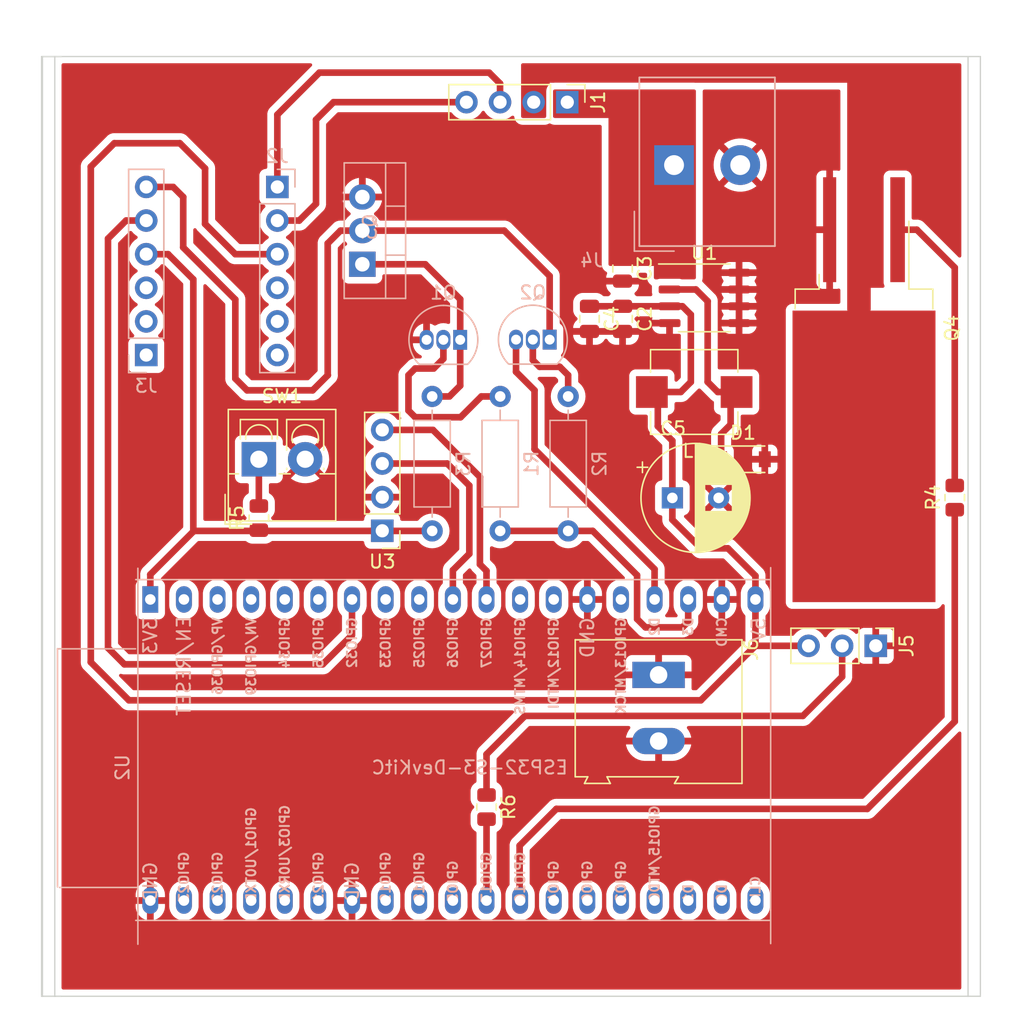
<source format=kicad_pcb>
(kicad_pcb (version 20211014) (generator pcbnew)
  (layers (0 "F.Cu" signal) (31 "B.Cu" signal) (34 "B.Paste" user) (35 "F.Paste" user) (36 "B.SilkS" user "B.Silkscreen") (37 "F.SilkS" user "F.Silkscreen") (38 "B.Mask" user) (39 "F.Mask" user) (44 "Edge.Cuts" user))
  (net 0 "")
  (net 1 "VBUS")
  (net 2 "GND")
  (net 3 "5V")
  (net 4 "Net-(D1-Pad1)")
  (net 5 "Net-(Q1-Pad1)")
  (net 6 "Net-(Q1-Pad2)")
  (net 7 "GDA_L")
  (net 8 "Net-(Q2-Pad2)")
  (net 9 "Rx")
  (net 10 "Tx")
  (net 11 "3V3")
  (net 17 "LV2")
  (net 28 "/CAB_GROUND")
  (net 29 "Net-(Q4-Pad1)")
  (net 33 "SDA")
  (net 35 "SCL")
  (net 37 "GDA_H")
  (net 38 "SEL0")
  (net 50 "CAB_EN")
  (net 51 "CAB_RESET")
  (net 52 "Din")
  (net 53 "Net-(J5-Pad2)")
  (footprint "TerminalBlock:TerminalBlock_Altech_AK300-2_P5.00mm" (layer "F.Cu") (at 115.8 93 -90)
    (fp_text reference "J6" (at -1.92 -6.99 90) (layer "F.SilkS"))
    (fp_text value "Conn_01x02_Male")
    (pad "1" thru_hole rect (at 0 0 270) (size 1.98 3.96) (drill 1.32) (layers *.Cu *.Mask) (net 2 "GND"))
    (pad "2" thru_hole oval (at 5 0 270) (size 1.98 3.96) (drill 1.32) (layers *.Cu *.Mask) (net 2 "GND"))
  )
  (footprint "Resistor_SMD:R_0805_2012Metric" (layer "F.Cu") (at 102.8 102.9875 -90)
    (fp_text reference "R6" (at 0 -1.65 90) (layer "F.SilkS"))
    (fp_text value "220")
    (pad "1" smd roundrect (at -0.9125 0 270) (size 1.025 1.4) (layers "F.Cu" "F.Paste" "F.Mask") (roundrect_rratio 0.243902439) (net 53 "Net-(J5-Pad2)"))
    (pad "2" smd roundrect (at 0.9125 0 270) (size 1.025 1.4) (layers "F.Cu" "F.Paste" "F.Mask") (roundrect_rratio 0.243902439) (net 52 "Din"))
  )
  (footprint "StackCabinet:XLE1509" (layer "F.Cu") (at 119.253 64.516)
    (fp_text reference "U1" (at 0 -3.4) (layer "F.SilkS"))
    (fp_text value "XL1509-5.0")
    (pad "1" smd roundrect (at -2.625 -1.905) (size 1.65 0.6) (layers "F.Cu" "F.Paste" "F.Mask") (net 1 "VBUS"))
    (pad "2" smd roundrect (at -2.625 -0.635) (size 1.65 0.6) (layers "F.Cu" "F.Paste" "F.Mask") (net 4 "Net-(D1-Pad1)"))
    (pad "3" smd roundrect (at -2.625 0.635) (size 1.65 0.6) (layers "F.Cu" "F.Paste" "F.Mask") (net 3 "5V"))
    (pad "4" smd roundrect (at -2.625 1.905) (size 1.65 0.6) (layers "F.Cu" "F.Paste" "F.Mask") (net 2 "GND"))
    (pad "5" smd roundrect (at 2.625 0.635) (size 1.65 0.6) (layers "F.Cu" "F.Paste" "F.Mask") (net 2 "GND"))
    (pad "5" smd roundrect (at 2.625 1.905) (size 1.65 0.6) (layers "F.Cu" "F.Paste" "F.Mask") (net 2 "GND"))
    (pad "5" smd roundrect (at 2.625 -0.635) (size 1.65 0.6) (layers "F.Cu" "F.Paste" "F.Mask") (net 2 "GND"))
    (pad "5" smd roundrect (at 2.625 -1.905) (size 1.65 0.6) (layers "F.Cu" "F.Paste" "F.Mask") (net 2 "GND"))
  )
  (footprint "Connector_PinHeader_2.54mm:PinHeader_1x04_P2.54mm_Vertical" (layer "F.Cu") (at 94.922 82.112 180)
    (fp_text reference "U3" (at 0 -2.33) (layer "F.SilkS"))
    (fp_text value "MPU-6050")
    (pad "1" thru_hole rect (at 0 0 180) (size 1.7 1.7) (drill 1) (layers *.Cu *.Mask) (net 11 "3V3"))
    (pad "2" thru_hole oval (at 0 2.54 180) (size 1.7 1.7) (drill 1) (layers *.Cu *.Mask) (net 2 "GND"))
    (pad "3" thru_hole oval (at 0 5.08 180) (size 1.7 1.7) (drill 1) (layers *.Cu *.Mask) (net 35 "SCL"))
    (pad "4" thru_hole oval (at 0 7.62 180) (size 1.7 1.7) (drill 1) (layers *.Cu *.Mask) (net 33 "SDA"))
  )
  (footprint "Capacitor_SMD:C_0805_2012Metric" (layer "F.Cu") (at 110.577 66.1 -90)
    (fp_text reference "C4" (at 0 -1.68 90) (layer "F.SilkS"))
    (fp_text value "0.1uF")
    (pad "1" smd roundrect (at -0.95 0 270) (size 1 1.45) (layers "F.Cu" "F.Paste" "F.Mask") (net 3 "5V"))
    (pad "2" smd roundrect (at 0.95 0 270) (size 1 1.45) (layers "F.Cu" "F.Paste" "F.Mask") (net 2 "GND"))
  )
  (footprint "Connector_PinHeader_2.54mm:PinHeader_1x03_P2.54mm_Vertical" (layer "F.Cu") (at 132.207 90.805 -90)
    (fp_text reference "J5" (at 0 -2.33 90) (layer "F.SilkS"))
    (fp_text value "Conn_01x03_Female")
    (pad "1" thru_hole rect (at 0 0 270) (size 1.7 1.7) (drill 1) (layers *.Cu *.Mask) (net 2 "GND"))
    (pad "2" thru_hole oval (at 0 2.54 270) (size 1.7 1.7) (drill 1) (layers *.Cu *.Mask) (net 53 "Net-(J5-Pad2)"))
    (pad "3" thru_hole oval (at 0 5.08 270) (size 1.7 1.7) (drill 1) (layers *.Cu *.Mask) (net 3 "5V"))
  )
  (footprint "Connector_PinHeader_2.54mm:PinHeader_1x04_P2.54mm_Vertical" (layer "F.Cu") (at 108.9 49.73 -90)
    (fp_text reference "J1" (at 0 -2.33 90) (layer "F.SilkS"))
    (fp_text value "Conn_01x04_Female")
    (pad "1" thru_hole rect (at 0 0 270) (size 1.7 1.7) (drill 1) (layers *.Cu *.Mask) (net 1 "VBUS"))
    (pad "2" thru_hole oval (at 0 2.54 270) (size 1.7 1.7) (drill 1) (layers *.Cu *.Mask) (net 28 "/CAB_GROUND"))
    (pad "3" thru_hole oval (at 0 5.08 270) (size 1.7 1.7) (drill 1) (layers *.Cu *.Mask) (net 37 "GDA_H"))
    (pad "4" thru_hole oval (at 0 7.62 270) (size 1.7 1.7) (drill 1) (layers *.Cu *.Mask) (net 38 "SEL0"))
  )
  (footprint "Package_TO_SOT_SMD:TO-263-3_TabPin2" (layer "F.Cu") (at 131.318 66.802 -90)
    (fp_text reference "Q4" (at 0 -6.65 90) (layer "F.SilkS"))
    (fp_text value "BCP56")
    (pad "1" smd rect (at -7.4375 -2.54 270) (size 7.925 1.1) (layers "F.Cu" "F.Paste" "F.Mask") (net 29 "Net-(Q4-Pad1)"))
    (pad "2" smd rect (at -7.4375 0 270) (size 7.925 1.1) (layers "F.Cu" "F.Paste" "F.Mask") (net 28 "/CAB_GROUND"))
    (pad "2" smd rect (at 9.6875 0 270) (size 22.025 10.8) (layers "F.Cu" "F.Mask") (net 28 "/CAB_GROUND"))
    (pad "3" smd rect (at -7.4375 2.595 270) (size 7.925 0.99) (layers "F.Cu" "F.Paste" "F.Mask") (net 2 "GND"))
  )
  (footprint "Resistor_SMD:R_0805_2012Metric" (layer "F.Cu") (at 85.598 81.153 90)
    (fp_text reference "R5" (at 0 -1.65 90) (layer "F.SilkS"))
    (fp_text value "10k")
    (pad "1" smd roundrect (at -0.9125 0 90) (size 1.025 1.4) (layers "F.Cu" "F.Paste" "F.Mask") (roundrect_rratio 0.243902439) (net 11 "3V3"))
    (pad "2" smd roundrect (at 0.9125 0 90) (size 1.025 1.4) (layers "F.Cu" "F.Paste" "F.Mask") (roundrect_rratio 0.243902439) (net 51 "CAB_RESET"))
  )
  (footprint "Capacitor_THT:CP_Radial_D8.0mm_P3.50mm" (layer "F.Cu") (at 116.838349 79.629)
    (fp_text reference "C5" (at 0.057 -5.25) (layer "F.SilkS"))
    (fp_text value "180uF")
    (pad "1" thru_hole rect (at 0 0) (size 1.6 1.6) (drill 0.8) (layers *.Cu *.Mask) (net 3 "5V"))
    (pad "2" thru_hole circle (at 3.5 0) (size 1.6 1.6) (drill 0.8) (layers *.Cu *.Mask) (net 2 "GND"))
  )
  (footprint "Diode_SMD:D_SOD-123" (layer "F.Cu") (at 122.174 76.708)
    (fp_text reference "D1" (at 0 -2) (layer "F.SilkS"))
    (fp_text value "40V")
    (pad "1" smd rect (at -1.65 0) (size 0.9 1.2) (layers "F.Cu" "F.Paste" "F.Mask") (net 4 "Net-(D1-Pad1)"))
    (pad "2" smd rect (at 1.65 0) (size 0.9 1.2) (layers "F.Cu" "F.Paste" "F.Mask") (net 2 "GND"))
  )
  (footprint "TerminalBlock_4Ucon:TerminalBlock_4Ucon_1x02_P3.50mm_Vertical" (layer "F.Cu") (at 85.598 76.708)
    (fp_text reference "SW1" (at 1.75 -4.76) (layer "F.SilkS"))
    (fp_text value "SW_Push")
    (pad "1" thru_hole rect (at 0 0) (size 2.6 2.6) (drill 1.3) (layers *.Cu *.Mask) (net 51 "CAB_RESET"))
    (pad "2" thru_hole circle (at 3.5 0) (size 2.6 2.6) (drill 1.3) (layers *.Cu *.Mask) (net 2 "GND"))
  )
  (footprint "Inductor_SMD:L_6.3x6.3_H3" (layer "F.Cu") (at 118.491 71.628 180)
    (fp_text reference "L1" (at 0 -4.45) (layer "F.SilkS"))
    (fp_text value "68uH")
    (pad "1" smd rect (at -3.2 0 180) (size 2.4 2.4) (layers "F.Cu" "F.Paste" "F.Mask") (net 4 "Net-(D1-Pad1)"))
    (pad "2" smd rect (at 3.2 0 180) (size 2.4 2.4) (layers "F.Cu" "F.Paste" "F.Mask") (net 3 "5V"))
  )
  (footprint "Capacitor_SMD:C_0805_2012Metric" (layer "F.Cu") (at 113.077 66.1 -90)
    (fp_text reference "C2" (at 0 -1.68 90) (layer "F.SilkS"))
    (fp_text value "1uF")
    (pad "1" smd roundrect (at -0.95 0 270) (size 1 1.45) (layers "F.Cu" "F.Paste" "F.Mask") (net 3 "5V"))
    (pad "2" smd roundrect (at 0.95 0 270) (size 1 1.45) (layers "F.Cu" "F.Paste" "F.Mask") (net 2 "GND"))
  )
  (footprint "Resistor_SMD:R_0805_2012Metric" (layer "F.Cu") (at 138.176 79.6055 90)
    (fp_text reference "R4" (at 0 -1.65 90) (layer "F.SilkS"))
    (fp_text value "1k")
    (pad "1" smd roundrect (at -0.9125 0 90) (size 1.025 1.4) (layers "F.Cu" "F.Paste" "F.Mask") (roundrect_rratio 0.243902439) (net 50 "CAB_EN"))
    (pad "2" smd roundrect (at 0.9125 0 90) (size 1.025 1.4) (layers "F.Cu" "F.Paste" "F.Mask") (roundrect_rratio 0.243902439) (net 29 "Net-(Q4-Pad1)"))
  )
  (footprint "Capacitor_SMD:C_0805_2012Metric" (layer "F.Cu") (at 113.077 62.3 -90)
    (fp_text reference "C3" (at 0 -1.68 90) (layer "F.SilkS"))
    (fp_text value "1uF")
    (pad "1" smd roundrect (at -0.95 0 270) (size 1 1.45) (layers "F.Cu" "F.Paste" "F.Mask") (net 1 "VBUS"))
    (pad "2" smd roundrect (at 0.95 0 270) (size 1 1.45) (layers "F.Cu" "F.Paste" "F.Mask") (net 2 "GND"))
  )
  (footprint "Package_TO_SOT_THT:TO-220-3_Vertical" (layer "B.Cu") (at 93.416 61.976 90)
    (fp_text reference "Q3" (at 2.818 0.572 90) (layer "B.SilkS") (effects (justify mirror)))
    (fp_text value "2SD1047")
    (pad "1" thru_hole rect (at 0 0 90) (size 1.905 2) (drill 1.1) (layers *.Cu *.Mask) (net 5 "Net-(Q1-Pad1)"))
    (pad "2" thru_hole oval (at 2.54 0 90) (size 1.905 2) (drill 1.1) (layers *.Cu *.Mask) (net 7 "GDA_L"))
    (pad "3" thru_hole oval (at 5.08 0 90) (size 1.905 2) (drill 1.1) (layers *.Cu *.Mask) (net 2 "GND"))
  )
  (footprint "Connector_PinHeader_2.54mm:PinHeader_1x06_P2.54mm_Vertical" (layer "B.Cu") (at 86.995 56.134 180)
    (fp_text reference "J2" (at 0 2.33) (layer "B.SilkS") (effects (justify mirror)))
    (fp_text value "Conn_01x06_Female")
    (pad "1" thru_hole rect (at 0 0 180) (size 1.7 1.7) (drill 1) (layers *.Cu *.Mask) (net 37 "GDA_H"))
    (pad "2" thru_hole oval (at 0 -2.54 180) (size 1.7 1.7) (drill 1) (layers *.Cu *.Mask) (net 38 "SEL0"))
    (pad "3" thru_hole oval (at 0 -5.08 180) (size 1.7 1.7) (drill 1) (layers *.Cu *.Mask) (net 3 "5V"))
    (pad "4" thru_hole oval (at 0 -7.62 180) (size 1.7 1.7) (drill 1) (layers *.Cu *.Mask))
    (pad "5" thru_hole oval (at 0 -10.16 180) (size 1.7 1.7) (drill 1) (layers *.Cu *.Mask))
    (pad "6" thru_hole oval (at 0 -12.7 180) (size 1.7 1.7) (drill 1) (layers *.Cu *.Mask))
  )
  (footprint "Connector_PinHeader_2.54mm:PinHeader_1x06_P2.54mm_Vertical" (layer "B.Cu") (at 77.089 68.834)
    (fp_text reference "J3" (at 0 2.33) (layer "B.SilkS") (effects (justify mirror)))
    (fp_text value "Conn_01x06_Female")
    (pad "1" thru_hole rect (at 0 0) (size 1.7 1.7) (drill 1) (layers *.Cu *.Mask))
    (pad "2" thru_hole oval (at 0 -2.54) (size 1.7 1.7) (drill 1) (layers *.Cu *.Mask))
    (pad "3" thru_hole oval (at 0 -5.08) (size 1.7 1.7) (drill 1) (layers *.Cu *.Mask))
    (pad "4" thru_hole oval (at 0 -7.62) (size 1.7 1.7) (drill 1) (layers *.Cu *.Mask) (net 11 "3V3"))
    (pad "5" thru_hole oval (at 0 -10.16) (size 1.7 1.7) (drill 1) (layers *.Cu *.Mask) (net 17 "LV2"))
    (pad "6" thru_hole oval (at 0 -12.7) (size 1.7 1.7) (drill 1) (layers *.Cu *.Mask) (net 7 "GDA_L"))
  )
  (footprint "Resistor_THT:R_Axial_DIN0207_L6.3mm_D2.5mm_P10.16mm_Horizontal" (layer "B.Cu") (at 98.692 82.122 90)
    (fp_text reference "R3" (at 5.08 2.37 90) (layer "B.SilkS") (effects (justify mirror)))
    (fp_text value "10k")
    (pad "1" thru_hole circle (at 0 0 90) (size 1.6 1.6) (drill 0.8) (layers *.Cu *.Mask) (net 11 "3V3"))
    (pad "2" thru_hole oval (at 10.16 0 90) (size 1.6 1.6) (drill 0.8) (layers *.Cu *.Mask) (net 5 "Net-(Q1-Pad1)"))
  )
  (footprint "Package_TO_SOT_THT:TO-92_Inline" (layer "B.Cu") (at 107.569 67.67 180)
    (fp_text reference "Q2" (at 1.27 3.56) (layer "B.SilkS") (effects (justify mirror)))
    (fp_text value "BC547")
    (pad "1" thru_hole rect (at 0 0 180) (size 1.05 1.5) (drill 0.75) (layers *.Cu *.Mask) (net 7 "GDA_L"))
    (pad "2" thru_hole oval (at 1.27 0 180) (size 1.05 1.5) (drill 0.75) (layers *.Cu *.Mask) (net 8 "Net-(Q2-Pad2)"))
    (pad "3" thru_hole oval (at 2.54 0 180) (size 1.05 1.5) (drill 0.75) (layers *.Cu *.Mask) (net 9 "Rx"))
  )
  (footprint "Resistor_THT:R_Axial_DIN0207_L6.3mm_D2.5mm_P10.16mm_Horizontal" (layer "B.Cu") (at 108.966 82.122 90)
    (fp_text reference "R2" (at 5.08 2.37 90) (layer "B.SilkS") (effects (justify mirror)))
    (fp_text value "1k")
    (pad "1" thru_hole circle (at 0 0 90) (size 1.6 1.6) (drill 0.8) (layers *.Cu *.Mask) (net 10 "Tx"))
    (pad "2" thru_hole oval (at 10.16 0 90) (size 1.6 1.6) (drill 0.8) (layers *.Cu *.Mask) (net 8 "Net-(Q2-Pad2)"))
  )
  (footprint "Espressif:ESP32-DevKitC" (layer "B.Cu") (at 77.39656 87.3 -90)
    (fp_text reference "U2" (at 12.7 2.1 90) (layer "B.SilkS") (effects (justify mirror)))
    (fp_text value "ESP32-S3-DevKitC" (at 12.7 -24.13 180) (layer "B.SilkS") (effects (justify mirror)))
    (fp_text user "D0" (at 22.979999 -43.18 90 unlocked) (layer "B.SilkS") (effects (font (size 0.7 0.7)) (justify right mirror)))
    (fp_text user "D1" (at 22.979999 -40.64 90 unlocked) (layer "B.SilkS") (effects (font (size 0.7 0.7)) (justify right mirror)))
    (fp_text user "GPIO23" (at 22.979999 -2.54 90 unlocked) (layer "B.SilkS") (effects (font (size 0.7 0.7)) (justify right mirror)))
    (fp_text user "5V" (at 1.26632 -45.97128 90 unlocked) (layer "B.SilkS") (effects (justify left mirror)))
    (fp_text user "D3" (at 1.27 -40.64 90 unlocked) (layer "B.SilkS") (effects (font (size 0.7 0.7)) (justify left mirror)))
    (fp_text user "GPIO25" (at 1.27 -20.32 90 unlocked) (layer "B.SilkS") (effects (font (size 0.7 0.7)) (justify left mirror)))
    (fp_text user "GPIO4" (at 22.979999 -30.48 90 unlocked) (layer "B.SilkS") (effects (font (size 0.7 0.7)) (justify right mirror)))
    (fp_text user "GPIO2" (at 22.979999 -35.56 90 unlocked) (layer "B.SilkS") (effects (font (size 0.7 0.7)) (justify right mirror)))
    (fp_text user "GND" (at 22.979999 0 90 unlocked) (layer "B.SilkS") (effects (justify right mirror)))
    (fp_text user "GPIO5" (at 22.979999 -22.86 90 unlocked) (layer "B.SilkS") (effects (font (size 0.7 0.7)) (justify right mirror)))
    (fp_text user "CMD" (at 1.27 -43.18 90 unlocked) (layer "B.SilkS") (effects (font (size 0.7 0.7)) (justify left mirror)))
    (fp_text user "GPIO17" (at 22.979999 -25.4 90 unlocked) (layer "B.SilkS") (effects (font (size 0.7 0.7)) (justify right mirror)))
    (fp_text user "GPIO35" (at 1.27 -12.7 90 unlocked) (layer "B.SilkS") (effects (font (size 0.7 0.7)) (justify left mirror)))
    (fp_text user "GPIO27" (at 1.27 -25.4 90 unlocked) (layer "B.SilkS") (effects (font (size 0.7 0.7)) (justify left mirror)))
    (fp_text user "VN/GPIO39" (at 1.27 -7.62 90 unlocked) (layer "B.SilkS") (effects (font (size 0.7 0.7)) (justify left mirror)))
    (fp_text user "GPIO21" (at 22.979999 -12.7 90 unlocked) (layer "B.SilkS") (effects (font (size 0.7 0.7)) (justify right mirror)))
    (fp_text user "GPIO18" (at 22.979999 -20.32 90 unlocked) (layer "B.SilkS") (effects (font (size 0.7 0.7)) (justify right mirror)))
    (fp_text user "GPIO13/MTCK" (at 1.27 -35.56 90 unlocked) (layer "B.SilkS") (effects (font (size 0.7 0.7)) (justify left mirror)))
    (fp_text user "GPIO12/MTDI" (at 1.27 -30.48 90 unlocked) (layer "B.SilkS") (effects (font (size 0.7 0.7)) (justify left mirror)))
    (fp_text user "GPIO32" (at 1.27 -15.24 90 unlocked) (layer "B.SilkS") (effects (font (size 0.7 0.7)) (justify left mirror)))
    (fp_text user "GPIO1/U0TXD" (at 22.979999 -7.62 90 unlocked) (layer "B.SilkS") (effects (font (size 0.7 0.7)) (justify right mirror)))
    (fp_text user "GPIO26" (at 1.27 -22.86 90 unlocked) (layer "B.SilkS") (effects (font (size 0.7 0.7)) (justify left mirror)))
    (fp_text user "GPIO19" (at 22.979999 -17.78 90 unlocked) (layer "B.SilkS") (effects (font (size 0.7 0.7)) (justify right mirror)))
    (fp_text user "GPIO15/MTDO" (at 22.979999 -38.1 90 unlocked) (layer "B.SilkS") (effects (font (size 0.7 0.7)) (justify right mirror)))
    (fp_text user "GPIO34" (at 1.27 -10.16 90 unlocked) (layer "B.SilkS") (effects (font (size 0.7 0.7)) (justify left mirror)))
    (fp_text user "VP/GPIO36" (at 1.27 -5.08 90 unlocked) (layer "B.SilkS") (effects (font (size 0.7 0.7)) (justify left mirror)))
    (fp_text user "D2" (at 1.27 -38.1 90 unlocked) (layer "B.SilkS") (effects (font (size 0.7 0.7)) (justify left mirror)))
    (fp_text user "GPIO0" (at 22.979999 -33.02 90 unlocked) (layer "B.SilkS") (effects (font (size 0.7 0.7)) (justify right mirror)))
    (fp_text user "GPIO14/MTMS" (at 1.27 -27.94 90 unlocked) (layer "B.SilkS") (effects (font (size 0.7 0.7)) (justify left mirror)))
    (fp_text user "EN/RESET" (at 8.88632 -2.53728 90 unlocked) (layer "B.SilkS") (effects (justify right mirror)))
    (fp_text user "GPIO33" (at 1.27 -17.78 90 unlocked) (layer "B.SilkS") (effects (font (size 0.7 0.7)) (justify left mirror)))
    (fp_text user "GPIO3/U0RXD" (at 22.979999 -10.16 90 unlocked) (layer "B.SilkS") (effects (font (size 0.7 0.7)) (justify right mirror)))
    (fp_text user "GPIO22" (at 22.979999 -5.08 90 unlocked) (layer "B.SilkS") (effects (font (size 0.7 0.7)) (justify right mirror)))
    (fp_text user "GND" (at 1.27 -33.02 90 unlocked) (layer "B.SilkS") (effects (justify left mirror)))
    (fp_text user "3V3" (at 1.27 0 90 unlocked) (layer "B.SilkS") (effects (justify left mirror)))
    (fp_text user "GPIO16" (at 22.979999 -27.94 90 unlocked) (layer "B.SilkS") (effects (font (size 0.7 0.7)) (justify right mirror)))
    (fp_text user "GND" (at 22.979999 -15.24 90 unlocked) (layer "B.SilkS") (effects (justify right mirror)))
    (fp_text user "CLK" (at 22.979999 -45.72 90 unlocked) (layer "B.SilkS") (effects (font (size 0.7 0.7)) (justify right mirror)))
    (pad "1" thru_hole rect (at 0 0) (size 1.2 2) (drill 0.8) (layers *.Cu *.Mask) (net 11 "3V3"))
    (pad "2" thru_hole oval (at 0 -2.54) (size 1.2 2) (drill 0.8) (layers *.Cu *.Mask))
    (pad "3" thru_hole oval (at 0 -5.08) (size 1.2 2) (drill 0.8) (layers *.Cu *.Mask))
    (pad "4" thru_hole oval (at 0 -7.62) (size 1.2 2) (drill 0.8) (layers *.Cu *.Mask))
    (pad "5" thru_hole oval (at 0 -10.16) (size 1.2 2) (drill 0.8) (layers *.Cu *.Mask))
    (pad "6" thru_hole oval (at 0 -12.7) (size 1.2 2) (drill 0.8) (layers *.Cu *.Mask))
    (pad "7" thru_hole oval (at 0 -15.24) (size 1.2 2) (drill 0.8) (layers *.Cu *.Mask) (net 17 "LV2"))
    (pad "8" thru_hole oval (at 0 -17.78) (size 1.2 2) (drill 0.8) (layers *.Cu *.Mask))
    (pad "9" thru_hole oval (at 0 -20.32) (size 1.2 2) (drill 0.8) (layers *.Cu *.Mask))
    (pad "10" thru_hole oval (at 0 -22.86) (size 1.2 2) (drill 0.8) (layers *.Cu *.Mask) (net 35 "SCL"))
    (pad "11" thru_hole oval (at 0 -25.4) (size 1.2 2) (drill 0.8) (layers *.Cu *.Mask) (net 33 "SDA"))
    (pad "12" thru_hole oval (at 0 -27.94) (size 1.2 2) (drill 0.8) (layers *.Cu *.Mask))
    (pad "13" thru_hole oval (at 0 -30.48) (size 1.2 2) (drill 0.8) (layers *.Cu *.Mask))
    (pad "14" thru_hole oval (at 0 -33.02) (size 1.2 2) (drill 0.8) (layers *.Cu *.Mask) (net 2 "GND"))
    (pad "15" thru_hole oval (at 0 -35.56) (size 1.2 2) (drill 0.8) (layers *.Cu *.Mask))
    (pad "16" thru_hole oval (at 0 -38.1) (size 1.2 2) (drill 0.8) (layers *.Cu *.Mask) (net 9 "Rx"))
    (pad "17" thru_hole oval (at 0 -40.64) (size 1.2 2) (drill 0.8) (layers *.Cu *.Mask) (net 10 "Tx"))
    (pad "18" thru_hole oval (at 0 -43.18) (size 1.2 2) (drill 0.8) (layers *.Cu *.Mask) (net 2 "GND"))
    (pad "19" thru_hole oval (at 0 -45.72) (size 1.2 2) (drill 0.8) (layers *.Cu *.Mask) (net 3 "5V"))
    (pad "20" thru_hole oval (at 22.74632 -45.71728) (size 1.2 2) (drill 0.8) (layers *.Cu *.Mask))
    (pad "21" thru_hole oval (at 22.74632 -43.17728) (size 1.2 2) (drill 0.8) (layers *.Cu *.Mask))
    (pad "22" thru_hole oval (at 22.75 -40.64) (size 1.2 2) (drill 0.8) (layers *.Cu *.Mask))
    (pad "23" thru_hole oval (at 22.75 -38.1) (size 1.2 2) (drill 0.8) (layers *.Cu *.Mask))
    (pad "24" thru_hole oval (at 22.75 -35.56) (size 1.2 2) (drill 0.8) (layers *.Cu *.Mask))
    (pad "25" thru_hole oval (at 22.75 -33.02) (size 1.2 2) (drill 0.8) (layers *.Cu *.Mask))
    (pad "26" thru_hole oval (at 22.75 -30.48) (size 1.2 2) (drill 0.8) (layers *.Cu *.Mask))
    (pad "27" thru_hole oval (at 22.75 -27.94) (size 1.2 2) (drill 0.8) (layers *.Cu *.Mask) (net 50 "CAB_EN"))
    (pad "28" thru_hole oval (at 22.75 -25.4) (size 1.2 2) (drill 0.8) (layers *.Cu *.Mask) (net 52 "Din"))
    (pad "29" thru_hole oval (at 22.75 -22.86) (size 1.2 2) (drill 0.8) (layers *.Cu *.Mask))
    (pad "30" thru_hole oval (at 22.75 -20.32) (size 1.2 2) (drill 0.8) (layers *.Cu *.Mask))
    (pad "31" thru_hole oval (at 22.75 -17.78) (size 1.2 2) (drill 0.8) (layers *.Cu *.Mask))
    (pad "32" thru_hole oval (at 22.75 -15.24) (size 1.2 2) (drill 0.8) (layers *.Cu *.Mask) (net 2 "GND"))
    (pad "33" thru_hole oval (at 22.75 -12.7) (size 1.2 2) (drill 0.8) (layers *.Cu *.Mask))
    (pad "34" thru_hole oval (at 22.75 -10.16) (size 1.2 2) (drill 0.8) (layers *.Cu *.Mask))
    (pad "35" thru_hole oval (at 22.75 -7.62) (size 1.2 2) (drill 0.8) (layers *.Cu *.Mask))
    (pad "36" thru_hole oval (at 22.75 -5.08) (size 1.2 2) (drill 0.8) (layers *.Cu *.Mask))
    (pad "37" thru_hole oval (at 22.75 -2.54) (size 1.2 2) (drill 0.8) (layers *.Cu *.Mask))
    (pad "38" thru_hole oval (at 22.75 0) (size 1.2 2) (drill 0.8) (layers *.Cu *.Mask) (net 2 "GND"))
  )
  (footprint "Resistor_THT:R_Axial_DIN0207_L6.3mm_D2.5mm_P10.16mm_Horizontal" (layer "B.Cu") (at 103.829 82.122 90)
    (fp_text reference "R1" (at 5.08 2.37 90) (layer "B.SilkS") (effects (justify mirror)))
    (fp_text value "1k")
    (pad "1" thru_hole circle (at 0 0 90) (size 1.6 1.6) (drill 0.8) (layers *.Cu *.Mask) (net 10 "Tx"))
    (pad "2" thru_hole oval (at 10.16 0 90) (size 1.6 1.6) (drill 0.8) (layers *.Cu *.Mask) (net 6 "Net-(Q1-Pad2)"))
  )
  (footprint "TerminalBlock_Altech:Altech_AK300_1x02_P5.00mm_45-Degree" (layer "B.Cu") (at 116.967 54.483)
    (fp_text reference "J4" (at -6.223 7.2) (layer "B.SilkS") (effects (justify mirror)))
    (fp_text value "Screw_Terminal_01x02")
    (pad "1" thru_hole rect (at 0 0) (size 3 3) (drill 1.5) (layers *.Cu *.Mask) (net 1 "VBUS"))
    (pad "2" thru_hole circle (at 5 0) (size 3 3) (drill 1.5) (layers *.Cu *.Mask) (net 2 "GND"))
  )
  (footprint "Package_TO_SOT_THT:TO-92_Inline" (layer "B.Cu") (at 100.809 67.685 180)
    (fp_text reference "Q1" (at 1.27 3.56) (layer "B.SilkS") (effects (justify mirror)))
    (fp_text value "BC547")
    (pad "1" thru_hole rect (at 0 0 180) (size 1.05 1.5) (drill 0.75) (layers *.Cu *.Mask) (net 5 "Net-(Q1-Pad1)"))
    (pad "2" thru_hole oval (at 1.27 0 180) (size 1.05 1.5) (drill 0.75) (layers *.Cu *.Mask) (net 6 "Net-(Q1-Pad2)"))
    (pad "3" thru_hole oval (at 2.54 0 180) (size 1.05 1.5) (drill 0.75) (layers *.Cu *.Mask) (net 2 "GND"))
  )
  (gr_line (start 69.18 117.28) (end 70.68 117.28) (layer "Edge.Cuts") (width 0.1))
  (gr_line (start 70.18 46.28) (end 69.247675 46.28) (layer "Edge.Cuts") (width 0.1))
  (gr_line (start 140.112325 117.28) (end 140.112325 46.28) (layer "Edge.Cuts") (width 0.1))
  (gr_line (start 69.247675 117.28) (end 70.18 117.28) (layer "Edge.Cuts") (width 0.1))
  (gr_line (start 70.68 46.28) (end 69.18 46.28) (layer "Edge.Cuts") (width 0.1))
  (gr_line (start 139.18 46.28) (end 70.18 46.28) (layer "Edge.Cuts") (width 0.1))
  (gr_line (start 69.18 46.28) (end 69.18 117.28) (layer "Edge.Cuts") (width 0.1))
  (gr_line (start 70.18 117.28) (end 70.18 46.28) (layer "Edge.Cuts") (width 0.1))
  (gr_line (start 139.18 117.28) (end 140.112325 117.28) (layer "Edge.Cuts") (width 0.1))
  (gr_line (start 140.112325 46.28) (end 139.18 46.28) (layer "Edge.Cuts") (width 0.1))
  (gr_line (start 70.18 117.28) (end 139.18 117.28) (layer "Edge.Cuts") (width 0.1))
  (gr_line (start 139.18 46.28) (end 139.18 117.28) (layer "Edge.Cuts") (width 0.1))
  (gr_line (start 69.247675 46.28) (end 69.247675 117.28) (layer "Edge.Cuts") (width 0.1))
  (segment (start 123.11656 87.3) (end 123.11656 90.79344) (width 0.5) (layer "F.Cu") (net 3))
  (segment (start 110.577 65.15) (end 113.077 65.15) (width 0.5) (layer "F.Cu") (net 3))
  (segment (start 123.11656 87.3) (end 123.11656 85.51656) (width 0.5) (layer "F.Cu") (net 3))
  (segment (start 123.11656 85.51656) (end 121.039 83.439) (width 0.5) (layer "F.Cu") (net 3))
  (segment (start 118.237 70.866) (end 117.475 71.628) (width 0.5) (layer "F.Cu") (net 3))
  (segment (start 113.077 65.15) (end 116.627 65.15) (width 0.5) (layer "F.Cu") (net 3))
  (segment (start 118.999 83.439) (end 116.838349 81.278349) (width 0.5) (layer "F.Cu") (net 3))
  (segment (start 75.78 94.92) (end 72.9 92.04) (width 0.5) (layer "F.Cu") (net 3))
  (segment (start 121.039 83.439) (end 118.999 83.439) (width 0.5) (layer "F.Cu") (net 3))
  (segment (start 83.82 61.214) (end 86.995 61.214) (width 0.5) (layer "F.Cu") (net 3))
  (segment (start 118.99 94.92) (end 75.78 94.92) (width 0.5) (layer "F.Cu") (net 3))
  (segment (start 123.105 90.805) (end 122.5125 91.3975) (width 0.5) (layer "F.Cu") (net 3))
  (segment (start 79.629 52.832) (end 81.534 54.737) (width 0.5) (layer "F.Cu") (net 3))
  (segment (start 116.838349 75.309349) (end 116.838349 79.629) (width 0.5) (layer "F.Cu") (net 3))
  (segment (start 123.11656 90.79344) (end 122.5125 91.3975) (width 0.5) (layer "F.Cu") (net 3))
  (segment (start 127.127 90.805) (end 123.105 90.805) (width 0.5) (layer "F.Cu") (net 3))
  (segment (start 117.475 71.628) (end 115.741 71.628) (width 0.5) (layer "F.Cu") (net 3))
  (segment (start 115.741 74.212) (end 116.838349 75.309349) (width 0.5) (layer "F.Cu") (net 3))
  (segment (start 116.838349 81.278349) (end 116.838349 79.629) (width 0.5) (layer "F.Cu") (net 3))
  (segment (start 81.534 58.928) (end 83.82 61.214) (width 0.5) (layer "F.Cu") (net 3))
  (segment (start 117.602 65.151) (end 118.237 65.786) (width 0.5) (layer "F.Cu") (net 3))
  (segment (start 118.237 65.786) (end 118.237 70.866) (width 0.5) (layer "F.Cu") (net 3))
  (segment (start 115.741 71.628) (end 115.741 74.212) (width 0.5) (layer "F.Cu") (net 3))
  (segment (start 81.534 54.737) (end 81.534 58.928) (width 0.5) (layer "F.Cu") (net 3))
  (segment (start 122.5125 91.3975) (end 118.99 94.92) (width 0.5) (layer "F.Cu") (net 3))
  (segment (start 72.9 54.608) (end 74.676 52.832) (width 0.5) (layer "F.Cu") (net 3))
  (segment (start 116.627 65.15) (end 116.628 65.151) (width 0.5) (layer "F.Cu") (net 3))
  (segment (start 116.628 65.151) (end 117.602 65.151) (width 0.5) (layer "F.Cu") (net 3))
  (segment (start 72.9 92.04) (end 72.9 54.608) (width 0.5) (layer "F.Cu") (net 3))
  (segment (start 123.147349 87.269211) (end 123.11656 87.3) (width 0.5) (layer "F.Cu") (net 3))
  (segment (start 74.676 52.832) (end 79.629 52.832) (width 0.5) (layer "F.Cu") (net 3))
  (segment (start 120.524 74.802) (end 120.524 76.708) (width 0.5) (layer "F.Cu") (net 4))
  (segment (start 116.628 63.881) (end 118.618 63.881) (width 0.5) (layer "F.Cu") (net 4))
  (segment (start 121.241 71.628) (end 121.241 74.085) (width 0.5) (layer "F.Cu") (net 4))
  (segment (start 121.263 71.65) (end 121.241 71.628) (width 0.5) (layer "F.Cu") (net 4))
  (segment (start 118.618 63.881) (end 119.507 64.77) (width 0.5) (layer "F.Cu") (net 4))
  (segment (start 119.507 70.866) (end 120.269 71.628) (width 0.5) (layer "F.Cu") (net 4))
  (segment (start 119.507 64.77) (end 119.507 70.866) (width 0.5) (layer "F.Cu") (net 4))
  (segment (start 120.269 71.628) (end 121.241 71.628) (width 0.5) (layer "F.Cu") (net 4))
  (segment (start 121.241 74.085) (end 120.524 74.802) (width 0.5) (layer "F.Cu") (net 4))
  (segment (start 98.171 61.976) (end 93.416 61.976) (width 0.5) (layer "F.Cu") (net 5))
  (segment (start 100.809 67.685) (end 100.809 64.614) (width 0.5) (layer "F.Cu") (net 5))
  (segment (start 100.809 71.149) (end 100.809 67.685) (width 0.5) (layer "F.Cu") (net 5))
  (segment (start 99.996 71.962) (end 100.809 71.149) (width 0.5) (layer "F.Cu") (net 5))
  (segment (start 100.809 64.614) (end 98.171 61.976) (width 0.5) (layer "F.Cu") (net 5))
  (segment (start 98.692 71.962) (end 99.996 71.962) (width 0.5) (layer "F.Cu") (net 5))
  (segment (start 99.539 67.685) (end 99.539 69.117) (width 0.5) (layer "F.Cu") (net 6))
  (segment (start 97.409 69.85) (end 96.901 70.358) (width 0.5) (layer "F.Cu") (net 6))
  (segment (start 98.806 69.85) (end 97.409 69.85) (width 0.5) (layer "F.Cu") (net 6))
  (segment (start 97.409 73.533) (end 100.838 73.533) (width 0.5) (layer "F.Cu") (net 6))
  (segment (start 96.901 70.358) (end 96.901 73.025) (width 0.5) (layer "F.Cu") (net 6))
  (segment (start 96.901 73.025) (end 97.409 73.533) (width 0.5) (layer "F.Cu") (net 6))
  (segment (start 102.409 71.962) (end 103.829 71.962) (width 0.5) (layer "F.Cu") (net 6))
  (segment (start 100.838 73.533) (end 102.409 71.962) (width 0.5) (layer "F.Cu") (net 6))
  (segment (start 99.539 69.117) (end 98.806 69.85) (width 0.5) (layer "F.Cu") (net 6))
  (segment (start 83.82 70.612) (end 84.709 71.501) (width 0.5) (layer "F.Cu") (net 7))
  (segment (start 104.14 59.436) (end 93.416 59.436) (width 0.5) (layer "F.Cu") (net 7))
  (segment (start 91.764 59.436) (end 93.416 59.436) (width 0.5) (layer "F.Cu") (net 7))
  (segment (start 107.569 62.865) (end 104.14 59.436) (width 0.5) (layer "F.Cu") (net 7))
  (segment (start 79.883 56.896) (end 79.883 60.706) (width 0.5) (layer "F.Cu") (net 7))
  (segment (start 90.8 70.353) (end 90.8 60.4) (width 0.5) (layer "F.Cu") (net 7))
  (segment (start 79.883 60.706) (end 83.82 64.643) (width 0.5) (layer "F.Cu") (net 7))
  (segment (start 107.569 67.67) (end 107.569 62.865) (width 0.5) (layer "F.Cu") (net 7))
  (segment (start 90.8 60.4) (end 91.764 59.436) (width 0.5) (layer "F.Cu") (net 7))
  (segment (start 77.089 56.134) (end 79.121 56.134) (width 0.5) (layer "F.Cu") (net 7))
  (segment (start 79.121 56.134) (end 79.883 56.896) (width 0.5) (layer "F.Cu") (net 7))
  (segment (start 84.709 71.501) (end 89.662 71.501) (width 0.5) (layer "F.Cu") (net 7))
  (segment (start 90.805 70.358) (end 90.8 70.353) (width 0.5) (layer "F.Cu") (net 7))
  (segment (start 89.662 71.501) (end 90.805 70.358) (width 0.5) (layer "F.Cu") (net 7))
  (segment (start 83.82 64.643) (end 83.82 70.612) (width 0.5) (layer "F.Cu") (net 7))
  (segment (start 106.807 69.723) (end 108.331 69.723) (width 0.5) (layer "F.Cu") (net 8))
  (segment (start 108.966 70.358) (end 108.966 71.962) (width 0.5) (layer "F.Cu") (net 8))
  (segment (start 108.331 69.723) (end 108.966 70.358) (width 0.5) (layer "F.Cu") (net 8))
  (segment (start 106.299 67.67) (end 106.299 69.215) (width 0.5) (layer "F.Cu") (net 8))
  (segment (start 106.299 69.215) (end 106.807 69.723) (width 0.5) (layer "F.Cu") (net 8))
  (segment (start 106.426 75.946) (end 115.49656 85.01656) (width 0.5) (layer "F.Cu") (net 9))
  (segment (start 115.49656 85.01656) (end 115.49656 87.3) (width 0.5) (layer "F.Cu") (net 9))
  (segment (start 106.426 71.501) (end 106.426 75.946) (width 0.5) (layer "F.Cu") (net 9))
  (segment (start 105.029 70.104) (end 106.426 71.501) (width 0.5) (layer "F.Cu") (net 9))
  (segment (start 105.029 67.67) (end 105.029 70.104) (width 0.5) (layer "F.Cu") (net 9))
  (segment (start 110.824 82.122) (end 103.829 82.122) (width 0.5) (layer "F.Cu") (net 10))
  (segment (start 118.03656 87.3) (end 118.03656 88.97344) (width 0.5) (layer "F.Cu") (net 10))
  (segment (start 114.173 85.471) (end 110.824 82.122) (width 0.5) (layer "F.Cu") (net 10))
  (segment (start 114.173 88.773) (end 114.173 85.471) (width 0.5) (layer "F.Cu") (net 10))
  (segment (start 117.602 89.408) (end 114.808 89.408) (width 0.5) (layer "F.Cu") (net 10))
  (segment (start 114.808 89.408) (end 114.173 88.773) (width 0.5) (layer "F.Cu") (net 10))
  (segment (start 118.03656 88.97344) (end 117.602 89.408) (width 0.5) (layer "F.Cu") (net 10))
  (segment (start 80.645 63.119) (end 78.74 61.214) (width 0.5) (layer "F.Cu") (net 11))
  (segment (start 77.39656 87.3) (end 77.39656 85.41744) (width 0.5) (layer "F.Cu") (net 11))
  (segment (start 78.74 61.214) (end 77.089 61.214) (width 0.5) (layer "F.Cu") (net 11))
  (segment (start 80.645 82.169) (end 80.692 82.122) (width 0.5) (layer "F.Cu") (net 11))
  (segment (start 77.39656 85.41744) (end 80.645 82.169) (width 0.5) (layer "F.Cu") (net 11))
  (segment (start 80.645 82.169) (end 80.645 63.119) (width 0.5) (layer "F.Cu") (net 11))
  (segment (start 98.645 82.169) (end 98.692 82.122) (width 0.5) (layer "F.Cu") (net 11))
  (segment (start 80.692 82.122) (end 98.692 82.122) (width 0.5) (layer "F.Cu") (net 11))
  (segment (start 90.424 92.202) (end 75.438 92.202) (width 0.5) (layer "F.Cu") (net 17))
  (segment (start 75.565 58.674) (end 77.089 58.674) (width 0.5) (layer "F.Cu") (net 17))
  (segment (start 75.438 92.202) (end 74.2 90.964) (width 0.5) (layer "F.Cu") (net 17))
  (segment (start 92.63656 87.3) (end 92.63656 89.98944) (width 0.5) (layer "F.Cu") (net 17))
  (segment (start 74.2 90.964) (end 74.2 60.039) (width 0.5) (layer "F.Cu") (net 17))
  (segment (start 74.2 60.039) (end 75.565 58.674) (width 0.5) (layer "F.Cu") (net 17))
  (segment (start 92.63656 89.98944) (end 90.424 92.202) (width 0.5) (layer "F.Cu") (net 17))
  (segment (start 133.858 59.3645) (end 135.3105 59.3645) (width 0.5) (layer "F.Cu") (net 29))
  (segment (start 138.176 62.23) (end 138.176 78.693) (width 0.5) (layer "F.Cu") (net 29))
  (segment (start 135.3105 59.3645) (end 138.176 62.23) (width 0.5) (layer "F.Cu") (net 29))
  (segment (start 94.922 74.492) (end 98.749 74.492) (width 0.5) (layer "F.Cu") (net 33))
  (segment (start 102.79656 85.14356) (end 102.79656 87.3) (width 0.5) (layer "F.Cu") (net 33))
  (segment (start 98.749 74.492) (end 102.3 78.043) (width 0.5) (layer "F.Cu") (net 33))
  (segment (start 102.3 78.043) (end 102.3 84.647) (width 0.5) (layer "F.Cu") (net 33))
  (segment (start 102.3 84.647) (end 102.79656 85.14356) (width 0.5) (layer "F.Cu") (net 33))
  (segment (start 101.5 83.85) (end 100.25656 85.09344) (width 0.5) (layer "F.Cu") (net 35))
  (segment (start 101.5 78.7) (end 101.5 83.85) (width 0.5) (layer "F.Cu") (net 35))
  (segment (start 100.25656 85.09344) (end 100.25656 87.3) (width 0.5) (layer "F.Cu") (net 35))
  (segment (start 99.832 77.032) (end 101.5 78.7) (width 0.5) (layer "F.Cu") (net 35))
  (segment (start 94.922 77.032) (end 99.832 77.032) (width 0.5) (layer "F.Cu") (net 35))
  (segment (start 86.995 50.673) (end 90.17 47.498) (width 0.5) (layer "F.Cu") (net 37))
  (segment (start 86.995 56.134) (end 86.995 50.673) (width 0.5) (layer "F.Cu") (net 37))
  (segment (start 102.997 47.498) (end 103.82 48.321) (width 0.5) (layer "F.Cu") (net 37))
  (segment (start 90.17 47.498) (end 102.997 47.498) (width 0.5) (layer "F.Cu") (net 37))
  (segment (start 103.82 48.321) (end 103.82 49.73) (width 0.5) (layer "F.Cu") (net 37))
  (segment (start 89.916 57.404) (end 89.916 51.054) (width 0.5) (layer "F.Cu") (net 38))
  (segment (start 86.995 58.674) (end 88.646 58.674) (width 0.5) (layer "F.Cu") (net 38))
  (segment (start 89.916 51.054) (end 91.24 49.73) (width 0.5) (layer "F.Cu") (net 38))
  (segment (start 88.646 58.674) (end 89.916 57.404) (width 0.5) (layer "F.Cu") (net 38))
  (segment (start 91.24 49.73) (end 101.28 49.73) (width 0.5) (layer "F.Cu") (net 38))
  (segment (start 138.176 96.52) (end 131.572 103.124) (width 0.5) (layer "F.Cu") (net 50))
  (segment (start 131.572 103.124) (end 108.077 103.124) (width 0.5) (layer "F.Cu") (net 50))
  (segment (start 138.176 80.518) (end 138.176 96.52) (width 0.5) (layer "F.Cu") (net 50))
  (segment (start 105.3 105.901) (end 105.3 109.77544) (width 0.5) (layer "F.Cu") (net 50))
  (segment (start 108.077 103.124) (end 105.3 105.901) (width 0.5) (layer "F.Cu") (net 50))
  (segment (start 85.598 76.708) (end 85.598 80.2405) (width 0.5) (layer "F.Cu") (net 51))
  (segment (start 102.8 110.04656) (end 102.79656 110.05) (width 0.5) (layer "F.Cu") (net 52))
  (segment (start 102.8 103.9) (end 102.8 110.04656) (width 0.5) (layer "F.Cu") (net 52))
  (segment (start 129.667 93.133) (end 126.7 96.1) (width 0.5) (layer "F.Cu") (net 53))
  (segment (start 126.7 96.1) (end 105.7 96.1) (width 0.5) (layer "F.Cu") (net 53))
  (segment (start 102.8 99) (end 102.8 102.075) (width 0.5) (layer "F.Cu") (net 53))
  (segment (start 105.7 96.1) (end 102.8 99) (width 0.5) (layer "F.Cu") (net 53))
  (segment (start 129.667 90.805) (end 129.667 93.133) (width 0.5) (layer "F.Cu") (net 53))
  (zone (net 2) (net_name "GND") (layer "F.Cu") (connect_pads (clearance 0.508)) (min_thickness 0.254) (fill yes (thermal_gap 0.508) (thermal_bridge_width 0.508))
    (polygon (pts (xy 142.24 119.38) (xy 66.04 119.38) (xy 66.04 43.18) (xy 142.24 43.18)))
  )
  (zone (net 28) (net_name "/CAB_GROUND") (layer "F.Cu") (priority 1) (connect_pads yes (clearance 0.508)) (min_thickness 0.254) (fill yes (thermal_gap 0.508) (thermal_bridge_width 0.508))
    (polygon (pts (xy 143.256 63.754) (xy 134.112 63.754) (xy 131.826 63.754) (xy 131.826 65.532) (xy 130.048 65.532) (xy 130.048 51.054) (xy 130.048 48.26) (xy 107.569 48.26) (xy 107.569 50.927) (xy 105.41 50.927) (xy 105.41 46.101) (xy 143.256 46.101)))
  )
  (zone (net 1) (net_name "VBUS") (layer "F.Cu") (priority 2) (connect_pads yes (clearance 0.508)) (min_thickness 0.254) (fill yes (thermal_gap 0.508) (thermal_bridge_width 0.508))
    (polygon (pts (xy 118.618 63.119) (xy 115.443 63.119) (xy 115.443 62.103) (xy 112.014 62.103) (xy 112.014 50.927) (xy 107.823 50.927) (xy 107.823 48.768) (xy 118.618 48.768)))
  )
)
</source>
